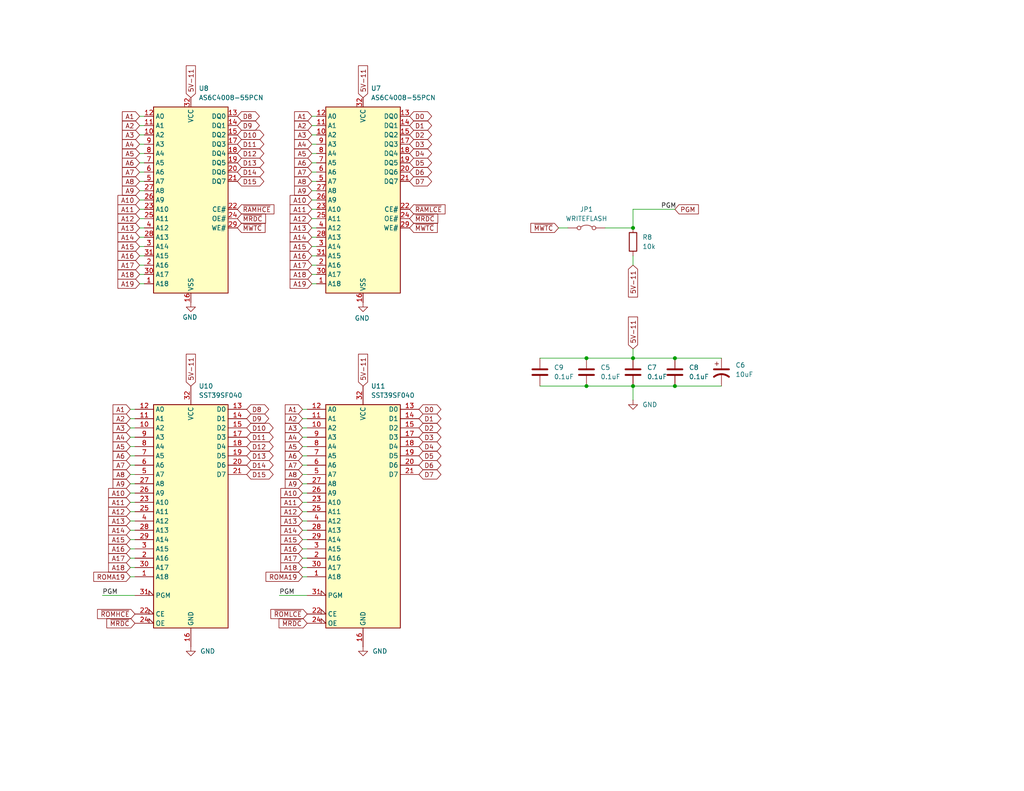
<source format=kicad_sch>
(kicad_sch (version 20250114) (generator "eeschema") (generator_version "9.0")
  (paper "A")
  (lib_symbols
    (symbol "Device:C" (pin_numbers (hide yes)) (pin_names (offset 0.254))
      (property "Reference" "C" (at 0.635 2.54 0))
      (property "Value" "C" (at 0.635 -2.54 0))
      (symbol "C_0_1"
        (polyline (pts (xy -2.032 0.762) (xy 2.032 0.762)) (stroke (width 0.508)))
        (polyline (pts (xy -2.032 -0.762) (xy 2.032 -0.762)) (stroke (width 0.508)))
      )
      (symbol "C_1_1"
        (pin passive line (at 0 3.81 270) (length 2.794) (name "~") (number "1"))
        (pin passive line (at 0 -3.81 90) (length 2.794) (name "~") (number "2"))
      )
    )
    (symbol "Device:C_Polarized_US" (pin_numbers (hide yes)) (pin_names (offset 0.254) (hide yes))
      (property "Reference" "C" (at 0.635 2.54 0))
      (property "Value" "C_Polarized_US" (at 0.635 -2.54 0))
      (symbol "C_Polarized_US_0_1"
        (polyline (pts (xy -2.032 0.762) (xy 2.032 0.762)) (stroke (width 0.508)))
        (polyline (pts (xy -1.778 2.286) (xy -0.762 2.286)))
        (polyline (pts (xy -1.27 1.778) (xy -1.27 2.794)))
        (arc (start -2.032 -1.27) (mid 0 -0.5572) (end 2.032 -1.27) (stroke (width 0.508)))
      )
      (symbol "C_Polarized_US_1_1"
        (pin passive line (at 0 3.81 270) (length 2.794) (name "~") (number "1"))
        (pin passive line (at 0 -3.81 90) (length 3.302) (name "~") (number "2"))
      )
    )
    (symbol "Device:R" (pin_numbers (hide yes)) (pin_names (offset 0))
      (property "Reference" "R" (at 2.032 0 90))
      (property "Value" "R" (at 0 0 90))
      (symbol "R_0_1"
        (rectangle (start -1.016 -2.54) (end 1.016 2.54) (stroke (width 0.254)))
      )
      (symbol "R_1_1"
        (pin passive line (at 0 3.81 270) (length 1.27) (name "~") (number "1"))
        (pin passive line (at 0 -3.81 90) (length 1.27) (name "~") (number "2"))
      )
    )
    (symbol "Jumper:Jumper_2_Bridged" (pin_numbers (hide yes)) (pin_names (offset 0) (hide yes))
      (property "Reference" "JP" (at 0 1.905 0))
      (property "Value" "Jumper_2_Bridged" (at 0 -2.54 0))
      (symbol "Jumper_2_Bridged_0_0"
        (circle (center -2.032 0) (radius 0.508))
        (circle (center 2.032 0) (radius 0.508))
      )
      (symbol "Jumper_2_Bridged_0_1"
        (arc (start -1.524 0.254) (mid 0 0.762) (end 1.524 0.254))
      )
      (symbol "Jumper_2_Bridged_1_1"
        (pin passive line (at -5.08 0 0) (length 2.54) (name "A") (number "1"))
        (pin passive line (at 5.08 0 180) (length 2.54) (name "B") (number "2"))
      )
    )
    (symbol "Memory_Flash:SST39SF040"
      (property "Reference" "U" (at 2.54 33.02 0))
      (property "Value" "SST39SF040" (at 0 -30.48 0))
      (symbol "SST39SF040_0_0"
        (pin power_in line (at 0 36.83 270) (length 5.08) (name "VCC") (number "32"))
        (pin power_in line (at 0 -34.29 90) (length 5.08) (name "GND") (number "16"))
      )
      (symbol "SST39SF040_0_1"
        (rectangle (start -10.16 31.75) (end 10.16 -29.21) (stroke (width 0.254)) (fill (type background)))
      )
      (symbol "SST39SF040_1_1"
        (pin input line (at -15.24 30.48 0) (length 5.08) (name "A0") (number "12"))
        (pin input line (at -15.24 27.94 0) (length 5.08) (name "A1") (number "11"))
        (pin input line (at -15.24 25.4 0) (length 5.08) (name "A2") (number "10"))
        (pin input line (at -15.24 22.86 0) (length 5.08) (name "A3") (number "9"))
        (pin input line (at -15.24 20.32 0) (length 5.08) (name "A4") (number "8"))
        (pin input line (at -15.24 17.78 0) (length 5.08) (name "A5") (number "7"))
        (pin input line (at -15.24 15.24 0) (length 5.08) (name "A6") (number "6"))
        (pin input line (at -15.24 12.7 0) (length 5.08) (name "A7") (number "5"))
        (pin input line (at -15.24 10.16 0) (length 5.08) (name "A8") (number "27"))
        (pin input line (at -15.24 7.62 0) (length 5.08) (name "A9") (number "26"))
        (pin input line (at -15.24 5.08 0) (length 5.08) (name "A10") (number "23"))
        (pin input line (at -15.24 2.54 0) (length 5.08) (name "A11") (number "25"))
        (pin input line (at -15.24 0 0) (length 5.08) (name "A12") (number "4"))
        (pin input line (at -15.24 -2.54 0) (length 5.08) (name "A13") (number "28"))
        (pin input line (at -15.24 -5.08 0) (length 5.08) (name "A14") (number "29"))
        (pin input line (at -15.24 -7.62 0) (length 5.08) (name "A15") (number "3"))
        (pin input line (at -15.24 -10.16 0) (length 5.08) (name "A16") (number "2"))
        (pin input line (at -15.24 -12.7 0) (length 5.08) (name "A17") (number "30"))
        (pin input line (at -15.24 -15.24 0) (length 5.08) (name "A18") (number "1"))
        (pin input input_low (at -15.24 -20.32 0) (length 5.08) (name "PGM") (number "31"))
        (pin input input_low (at -15.24 -25.4 0) (length 5.08) (name "CE") (number "22"))
        (pin input input_low (at -15.24 -27.94 0) (length 5.08) (name "OE") (number "24"))
        (pin tri_state line (at 15.24 30.48 180) (length 5.08) (name "D0") (number "13"))
        (pin tri_state line (at 15.24 27.94 180) (length 5.08) (name "D1") (number "14"))
        (pin tri_state line (at 15.24 25.4 180) (length 5.08) (name "D2") (number "15"))
        (pin tri_state line (at 15.24 22.86 180) (length 5.08) (name "D3") (number "17"))
        (pin tri_state line (at 15.24 20.32 180) (length 5.08) (name "D4") (number "18"))
        (pin tri_state line (at 15.24 17.78 180) (length 5.08) (name "D5") (number "19"))
        (pin tri_state line (at 15.24 15.24 180) (length 5.08) (name "D6") (number "20"))
        (pin tri_state line (at 15.24 12.7 180) (length 5.08) (name "D7") (number "21"))
      )
    )
    (symbol "Memory_RAM:AS6C4008-55PCN"
      (property "Reference" "U" (at -10.16 26.035 0))
      (property "Value" "AS6C4008-55PCN" (at 2.54 26.035 0))
      (symbol "AS6C4008-55PCN_0_0"
        (pin power_in line (at 0 27.94 270) (length 2.54) (name "VCC") (number "32"))
        (pin power_in line (at 0 -27.94 90) (length 2.54) (name "VSS") (number "16"))
      )
      (symbol "AS6C4008-55PCN_0_1"
        (rectangle (start -10.16 25.4) (end 10.16 -25.4) (stroke (width 0.254)) (fill (type background)))
      )
      (symbol "AS6C4008-55PCN_1_1"
        (pin input line (at -12.7 22.86 0) (length 2.54) (name "A0") (number "12"))
        (pin input line (at -12.7 20.32 0) (length 2.54) (name "A1") (number "11"))
        (pin input line (at -12.7 17.78 0) (length 2.54) (name "A2") (number "10"))
        (pin input line (at -12.7 15.24 0) (length 2.54) (name "A3") (number "9"))
        (pin input line (at -12.7 12.7 0) (length 2.54) (name "A4") (number "8"))
        (pin input line (at -12.7 10.16 0) (length 2.54) (name "A5") (number "7"))
        (pin input line (at -12.7 7.62 0) (length 2.54) (name "A6") (number "6"))
        (pin input line (at -12.7 5.08 0) (length 2.54) (name "A7") (number "5"))
        (pin input line (at -12.7 2.54 0) (length 2.54) (name "A8") (number "27"))
        (pin input line (at -12.7 0 0) (length 2.54) (name "A9") (number "26"))
        (pin input line (at -12.7 -2.54 0) (length 2.54) (name "A10") (number "23"))
        (pin input line (at -12.7 -5.08 0) (length 2.54) (name "A11") (number "25"))
        (pin input line (at -12.7 -7.62 0) (length 2.54) (name "A12") (number "4"))
        (pin input line (at -12.7 -10.16 0) (length 2.54) (name "A13") (number "28"))
        (pin input line (at -12.7 -12.7 0) (length 2.54) (name "A14") (number "3"))
        (pin input line (at -12.7 -15.24 0) (length 2.54) (name "A15") (number "31"))
        (pin input line (at -12.7 -17.78 0) (length 2.54) (name "A16") (number "2"))
        (pin input line (at -12.7 -20.32 0) (length 2.54) (name "A17") (number "30"))
        (pin input line (at -12.7 -22.86 0) (length 2.54) (name "A18") (number "1"))
        (pin tri_state line (at 12.7 22.86 180) (length 2.54) (name "DQ0") (number "13"))
        (pin tri_state line (at 12.7 20.32 180) (length 2.54) (name "DQ1") (number "14"))
        (pin tri_state line (at 12.7 17.78 180) (length 2.54) (name "DQ2") (number "15"))
        (pin tri_state line (at 12.7 15.24 180) (length 2.54) (name "DQ3") (number "17"))
        (pin tri_state line (at 12.7 12.7 180) (length 2.54) (name "DQ4") (number "18"))
        (pin tri_state line (at 12.7 10.16 180) (length 2.54) (name "DQ5") (number "19"))
        (pin tri_state line (at 12.7 7.62 180) (length 2.54) (name "DQ6") (number "20"))
        (pin tri_state line (at 12.7 5.08 180) (length 2.54) (name "DQ7") (number "21"))
        (pin input line (at 12.7 -2.54 180) (length 2.54) (name "CE#") (number "22"))
        (pin input line (at 12.7 -5.08 180) (length 2.54) (name "OE#") (number "24"))
        (pin input line (at 12.7 -7.62 180) (length 2.54) (name "WE#") (number "29"))
      )
    )
    (symbol "power:GND" (power) (pin_numbers (hide yes)) (pin_names (offset 0) (hide yes))
      (property "Value" "GND" (at 0 -3.81 0))
      (symbol "GND_0_1"
        (polyline (pts (xy 0 0) (xy 0 -1.27) (xy 1.27 -1.27) (xy 0 -2.54) (xy -1.27 -1.27) (xy 0 -1.27)))
      )
      (symbol "GND_1_1"
        (pin power_in line (at 0 0 270) (length 0) (name "~") (number "1"))
      )
    )
  )
  (junction (at 160.02 97.79))
  (junction (at 160.02 105.41))
  (junction (at 184.15 105.41))
  (junction (at 184.15 97.79))
  (junction (at 172.72 62.23))
  (junction (at 172.72 97.79))
  (junction (at 172.72 105.41))
  (wire (pts (xy 82.55 149.86) (xy 83.82 149.86)))
  (wire (pts (xy 35.56 121.92) (xy 36.83 121.92)))
  (wire (pts (xy 85.09 64.77) (xy 86.36 64.77)))
  (wire (pts (xy 38.1 49.53) (xy 39.37 49.53)))
  (wire (pts (xy 85.09 46.99) (xy 86.36 46.99)))
  (wire (pts (xy 82.55 132.08) (xy 83.82 132.08)))
  (wire (pts (xy 82.55 152.4) (xy 83.82 152.4)))
  (wire (pts (xy 35.56 152.4) (xy 36.83 152.4)))
  (wire (pts (xy 82.55 129.54) (xy 83.82 129.54)))
  (wire (pts (xy 35.56 149.86) (xy 36.83 149.86)))
  (wire (pts (xy 35.56 116.84) (xy 36.83 116.84)))
  (wire (pts (xy 82.55 134.62) (xy 83.82 134.62)))
  (wire (pts (xy 35.56 111.76) (xy 36.83 111.76)))
  (wire (pts (xy 85.09 54.61) (xy 86.36 54.61)))
  (wire (pts (xy 85.09 57.15) (xy 86.36 57.15)))
  (wire (pts (xy 82.55 144.78) (xy 83.82 144.78)))
  (wire (pts (xy 82.55 114.3) (xy 83.82 114.3)))
  (wire (pts (xy 85.09 77.47) (xy 86.36 77.47)))
  (wire (pts (xy 172.72 95.25) (xy 172.72 97.79)))
  (wire (pts (xy 35.56 124.46) (xy 36.83 124.46)))
  (wire (pts (xy 172.72 97.79) (xy 184.15 97.79)))
  (wire (pts (xy 82.55 121.92) (xy 83.82 121.92)))
  (wire (pts (xy 82.55 119.38) (xy 83.82 119.38)))
  (wire (pts (xy 38.1 59.69) (xy 39.37 59.69)))
  (wire (pts (xy 85.09 49.53) (xy 86.36 49.53)))
  (wire (pts (xy 172.72 105.41) (xy 184.15 105.41)))
  (wire (pts (xy 172.72 69.85) (xy 172.72 72.39)))
  (wire (pts (xy 38.1 39.37) (xy 39.37 39.37)))
  (wire (pts (xy 35.56 119.38) (xy 36.83 119.38)))
  (wire (pts (xy 85.09 59.69) (xy 86.36 59.69)))
  (wire (pts (xy 85.09 62.23) (xy 86.36 62.23)))
  (wire (pts (xy 35.56 154.94) (xy 36.83 154.94)))
  (wire (pts (xy 82.55 137.16) (xy 83.82 137.16)))
  (wire (pts (xy 82.55 116.84) (xy 83.82 116.84)))
  (wire (pts (xy 165.1 62.23) (xy 172.72 62.23)))
  (wire (pts (xy 85.09 44.45) (xy 86.36 44.45)))
  (wire (pts (xy 82.55 142.24) (xy 83.82 142.24)))
  (wire (pts (xy 35.56 127) (xy 36.83 127)))
  (wire (pts (xy 82.55 111.76) (xy 83.82 111.76)))
  (wire (pts (xy 184.15 97.79) (xy 196.85 97.79)))
  (wire (pts (xy 38.1 44.45) (xy 39.37 44.45)))
  (wire (pts (xy 85.09 52.07) (xy 86.36 52.07)))
  (wire (pts (xy 35.56 129.54) (xy 36.83 129.54)))
  (wire (pts (xy 38.1 41.91) (xy 39.37 41.91)))
  (wire (pts (xy 82.55 127) (xy 83.82 127)))
  (wire (pts (xy 172.72 62.23) (xy 172.72 57.15)))
  (wire (pts (xy 35.56 139.7) (xy 36.83 139.7)))
  (wire (pts (xy 82.55 154.94) (xy 83.82 154.94)))
  (wire (pts (xy 172.72 109.22) (xy 172.72 105.41)))
  (wire (pts (xy 82.55 139.7) (xy 83.82 139.7)))
  (wire (pts (xy 38.1 57.15) (xy 39.37 57.15)))
  (wire (pts (xy 160.02 97.79) (xy 172.72 97.79)))
  (wire (pts (xy 38.1 69.85) (xy 39.37 69.85)))
  (wire (pts (xy 38.1 72.39) (xy 39.37 72.39)))
  (wire (pts (xy 38.1 31.75) (xy 39.37 31.75)))
  (wire (pts (xy 85.09 34.29) (xy 86.36 34.29)))
  (wire (pts (xy 38.1 77.47) (xy 39.37 77.47)))
  (wire (pts (xy 38.1 67.31) (xy 39.37 67.31)))
  (wire (pts (xy 85.09 41.91) (xy 86.36 41.91)))
  (wire (pts (xy 82.55 157.48) (xy 83.82 157.48)))
  (wire (pts (xy 172.72 57.15) (xy 184.15 57.15)))
  (wire (pts (xy 76.2 162.56) (xy 83.82 162.56)))
  (wire (pts (xy 85.09 31.75) (xy 86.36 31.75)))
  (wire (pts (xy 82.55 124.46) (xy 83.82 124.46)))
  (wire (pts (xy 35.56 147.32) (xy 36.83 147.32)))
  (wire (pts (xy 85.09 69.85) (xy 86.36 69.85)))
  (wire (pts (xy 160.02 105.41) (xy 172.72 105.41)))
  (wire (pts (xy 38.1 36.83) (xy 39.37 36.83)))
  (wire (pts (xy 27.94 162.56) (xy 36.83 162.56)))
  (wire (pts (xy 35.56 134.62) (xy 36.83 134.62)))
  (wire (pts (xy 35.56 157.48) (xy 36.83 157.48)))
  (wire (pts (xy 38.1 54.61) (xy 39.37 54.61)))
  (wire (pts (xy 38.1 64.77) (xy 39.37 64.77)))
  (wire (pts (xy 85.09 72.39) (xy 86.36 72.39)))
  (wire (pts (xy 147.32 105.41) (xy 160.02 105.41)))
  (wire (pts (xy 35.56 114.3) (xy 36.83 114.3)))
  (wire (pts (xy 38.1 34.29) (xy 39.37 34.29)))
  (wire (pts (xy 85.09 74.93) (xy 86.36 74.93)))
  (wire (pts (xy 35.56 132.08) (xy 36.83 132.08)))
  (wire (pts (xy 35.56 142.24) (xy 36.83 142.24)))
  (wire (pts (xy 184.15 105.41) (xy 196.85 105.41)))
  (wire (pts (xy 38.1 62.23) (xy 39.37 62.23)))
  (wire (pts (xy 35.56 144.78) (xy 36.83 144.78)))
  (wire (pts (xy 38.1 46.99) (xy 39.37 46.99)))
  (wire (pts (xy 38.1 52.07) (xy 39.37 52.07)))
  (wire (pts (xy 35.56 137.16) (xy 36.83 137.16)))
  (wire (pts (xy 85.09 36.83) (xy 86.36 36.83)))
  (wire (pts (xy 82.55 147.32) (xy 83.82 147.32)))
  (wire (pts (xy 147.32 97.79) (xy 160.02 97.79)))
  (wire (pts (xy 85.09 39.37) (xy 86.36 39.37)))
  (wire (pts (xy 85.09 67.31) (xy 86.36 67.31)))
  (wire (pts (xy 38.1 74.93) (xy 39.37 74.93)))
  (wire (pts (xy 152.4 62.23) (xy 154.94 62.23)))
  (label "PGM" (at 27.94 162.56 0))
  (label "PGM" (at 180.34 57.15 0))
  (label "PGM" (at 76.2 162.56 0))
  (global_label "~{MRDC}" (shape input) (at 83.82 170.18 180) (property "Intersheetrefs" "${INTERSHEET_REFS}" (effects (hide yes))))
  (global_label "5V-11" (shape input) (at 52.07 26.67 90) (property "Intersheetrefs" "${INTERSHEET_REFS}" (effects (hide yes))))
  (global_label "5V-11" (shape input) (at 172.72 72.39 270) (property "Intersheetrefs" "${INTERSHEET_REFS}" (effects (hide yes))))
  (global_label "A10" (shape input) (at 35.56 134.62 180) (property "Intersheetrefs" "${INTERSHEET_REFS}" (effects (hide yes))))
  (global_label "D0" (shape bidirectional) (at 114.3 111.76 0) (property "Intersheetrefs" "${INTERSHEET_REFS}" (effects (hide yes))))
  (global_label "D13" (shape bidirectional) (at 67.31 124.46 0) (property "Intersheetrefs" "${INTERSHEET_REFS}" (effects (hide yes))))
  (global_label "A10" (shape input) (at 38.1 54.61 180) (property "Intersheetrefs" "${INTERSHEET_REFS}" (effects (hide yes))))
  (global_label "D8" (shape bidirectional) (at 64.77 31.75 0) (property "Intersheetrefs" "${INTERSHEET_REFS}" (effects (hide yes))))
  (global_label "A13" (shape input) (at 35.56 142.24 180) (property "Intersheetrefs" "${INTERSHEET_REFS}" (effects (hide yes))))
  (global_label "A9" (shape input) (at 38.1 52.07 180) (property "Intersheetrefs" "${INTERSHEET_REFS}" (effects (hide yes))))
  (global_label "A2" (shape input) (at 82.55 114.3 180) (property "Intersheetrefs" "${INTERSHEET_REFS}" (effects (hide yes))))
  (global_label "~{MWTC}" (shape input) (at 152.4 62.23 180) (property "Intersheetrefs" "${INTERSHEET_REFS}" (effects (hide yes))))
  (global_label "~{MRDC}" (shape input) (at 111.76 59.69 0) (property "Intersheetrefs" "${INTERSHEET_REFS}" (effects (hide yes))))
  (global_label "A1" (shape input) (at 38.1 31.75 180) (property "Intersheetrefs" "${INTERSHEET_REFS}" (effects (hide yes))))
  (global_label "A3" (shape input) (at 85.09 36.83 180) (property "Intersheetrefs" "${INTERSHEET_REFS}" (effects (hide yes))))
  (global_label "D11" (shape bidirectional) (at 67.31 119.38 0) (property "Intersheetrefs" "${INTERSHEET_REFS}" (effects (hide yes))))
  (global_label "A17" (shape input) (at 38.1 72.39 180) (property "Intersheetrefs" "${INTERSHEET_REFS}" (effects (hide yes))))
  (global_label "D1" (shape bidirectional) (at 111.76 34.29 0) (property "Intersheetrefs" "${INTERSHEET_REFS}" (effects (hide yes))))
  (global_label "D13" (shape bidirectional) (at 64.77 44.45 0) (property "Intersheetrefs" "${INTERSHEET_REFS}" (effects (hide yes))))
  (global_label "~{ROMHCE}" (shape input) (at 36.83 167.64 180) (property "Intersheetrefs" "${INTERSHEET_REFS}" (effects (hide yes))))
  (global_label "A18" (shape input) (at 85.09 74.93 180) (property "Intersheetrefs" "${INTERSHEET_REFS}" (effects (hide yes))))
  (global_label "D3" (shape bidirectional) (at 111.76 39.37 0) (property "Intersheetrefs" "${INTERSHEET_REFS}" (effects (hide yes))))
  (global_label "D5" (shape bidirectional) (at 114.3 124.46 0) (property "Intersheetrefs" "${INTERSHEET_REFS}" (effects (hide yes))))
  (global_label "A12" (shape input) (at 35.56 139.7 180) (property "Intersheetrefs" "${INTERSHEET_REFS}" (effects (hide yes))))
  (global_label "D4" (shape bidirectional) (at 114.3 121.92 0) (property "Intersheetrefs" "${INTERSHEET_REFS}" (effects (hide yes))))
  (global_label "A8" (shape input) (at 85.09 49.53 180) (property "Intersheetrefs" "${INTERSHEET_REFS}" (effects (hide yes))))
  (global_label "~{RAMLCE}" (shape input) (at 111.76 57.15 0) (property "Intersheetrefs" "${INTERSHEET_REFS}" (effects (hide yes))))
  (global_label "D1" (shape bidirectional) (at 114.3 114.3 0) (property "Intersheetrefs" "${INTERSHEET_REFS}" (effects (hide yes))))
  (global_label "A7" (shape input) (at 35.56 127 180) (property "Intersheetrefs" "${INTERSHEET_REFS}" (effects (hide yes))))
  (global_label "D9" (shape bidirectional) (at 64.77 34.29 0) (property "Intersheetrefs" "${INTERSHEET_REFS}" (effects (hide yes))))
  (global_label "A16" (shape input) (at 85.09 69.85 180) (property "Intersheetrefs" "${INTERSHEET_REFS}" (effects (hide yes))))
  (global_label "A17" (shape input) (at 85.09 72.39 180) (property "Intersheetrefs" "${INTERSHEET_REFS}" (effects (hide yes))))
  (global_label "A3" (shape input) (at 38.1 36.83 180) (property "Intersheetrefs" "${INTERSHEET_REFS}" (effects (hide yes))))
  (global_label "A11" (shape input) (at 82.55 137.16 180) (property "Intersheetrefs" "${INTERSHEET_REFS}" (effects (hide yes))))
  (global_label "A1" (shape input) (at 82.55 111.76 180) (property "Intersheetrefs" "${INTERSHEET_REFS}" (effects (hide yes))))
  (global_label "A10" (shape input) (at 85.09 54.61 180) (property "Intersheetrefs" "${INTERSHEET_REFS}" (effects (hide yes))))
  (global_label "A17" (shape input) (at 82.55 152.4 180) (property "Intersheetrefs" "${INTERSHEET_REFS}" (effects (hide yes))))
  (global_label "A16" (shape input) (at 35.56 149.86 180) (property "Intersheetrefs" "${INTERSHEET_REFS}" (effects (hide yes))))
  (global_label "A16" (shape input) (at 38.1 69.85 180) (property "Intersheetrefs" "${INTERSHEET_REFS}" (effects (hide yes))))
  (global_label "5V-11" (shape input) (at 99.06 26.67 90) (property "Intersheetrefs" "${INTERSHEET_REFS}" (effects (hide yes))))
  (global_label "A3" (shape input) (at 35.56 116.84 180) (property "Intersheetrefs" "${INTERSHEET_REFS}" (effects (hide yes))))
  (global_label "D9" (shape bidirectional) (at 67.31 114.3 0) (property "Intersheetrefs" "${INTERSHEET_REFS}" (effects (hide yes))))
  (global_label "A5" (shape input) (at 35.56 121.92 180) (property "Intersheetrefs" "${INTERSHEET_REFS}" (effects (hide yes))))
  (global_label "A5" (shape input) (at 85.09 41.91 180) (property "Intersheetrefs" "${INTERSHEET_REFS}" (effects (hide yes))))
  (global_label "A18" (shape input) (at 38.1 74.93 180) (property "Intersheetrefs" "${INTERSHEET_REFS}" (effects (hide yes))))
  (global_label "A14" (shape input) (at 35.56 144.78 180) (property "Intersheetrefs" "${INTERSHEET_REFS}" (effects (hide yes))))
  (global_label "A4" (shape input) (at 85.09 39.37 180) (property "Intersheetrefs" "${INTERSHEET_REFS}" (effects (hide yes))))
  (global_label "D6" (shape bidirectional) (at 114.3 127 0) (property "Intersheetrefs" "${INTERSHEET_REFS}" (effects (hide yes))))
  (global_label "A11" (shape input) (at 38.1 57.15 180) (property "Intersheetrefs" "${INTERSHEET_REFS}" (effects (hide yes))))
  (global_label "A16" (shape input) (at 82.55 149.86 180) (property "Intersheetrefs" "${INTERSHEET_REFS}" (effects (hide yes))))
  (global_label "A4" (shape input) (at 35.56 119.38 180) (property "Intersheetrefs" "${INTERSHEET_REFS}" (effects (hide yes))))
  (global_label "A2" (shape input) (at 38.1 34.29 180) (property "Intersheetrefs" "${INTERSHEET_REFS}" (effects (hide yes))))
  (global_label "A6" (shape input) (at 82.55 124.46 180) (property "Intersheetrefs" "${INTERSHEET_REFS}" (effects (hide yes))))
  (global_label "A15" (shape input) (at 85.09 67.31 180) (property "Intersheetrefs" "${INTERSHEET_REFS}" (effects (hide yes))))
  (global_label "D8" (shape bidirectional) (at 67.31 111.76 0) (property "Intersheetrefs" "${INTERSHEET_REFS}" (effects (hide yes))))
  (global_label "A18" (shape input) (at 82.55 154.94 180) (property "Intersheetrefs" "${INTERSHEET_REFS}" (effects (hide yes))))
  (global_label "~{MWTC}" (shape input) (at 64.77 62.23 0) (property "Intersheetrefs" "${INTERSHEET_REFS}" (effects (hide yes))))
  (global_label "D15" (shape bidirectional) (at 64.77 49.53 0) (property "Intersheetrefs" "${INTERSHEET_REFS}" (effects (hide yes))))
  (global_label "PGM" (shape input) (at 184.15 57.15 0) (property "Intersheetrefs" "${INTERSHEET_REFS}" (effects (hide yes))))
  (global_label "A13" (shape input) (at 85.09 62.23 180) (property "Intersheetrefs" "${INTERSHEET_REFS}" (effects (hide yes))))
  (global_label "A1" (shape input) (at 35.56 111.76 180) (property "Intersheetrefs" "${INTERSHEET_REFS}" (effects (hide yes))))
  (global_label "A11" (shape input) (at 85.09 57.15 180) (property "Intersheetrefs" "${INTERSHEET_REFS}" (effects (hide yes))))
  (global_label "A15" (shape input) (at 82.55 147.32 180) (property "Intersheetrefs" "${INTERSHEET_REFS}" (effects (hide yes))))
  (global_label "D14" (shape bidirectional) (at 64.77 46.99 0) (property "Intersheetrefs" "${INTERSHEET_REFS}" (effects (hide yes))))
  (global_label "A7" (shape input) (at 82.55 127 180) (property "Intersheetrefs" "${INTERSHEET_REFS}" (effects (hide yes))))
  (global_label "A5" (shape input) (at 82.55 121.92 180) (property "Intersheetrefs" "${INTERSHEET_REFS}" (effects (hide yes))))
  (global_label "A18" (shape input) (at 35.56 154.94 180) (property "Intersheetrefs" "${INTERSHEET_REFS}" (effects (hide yes))))
  (global_label "A3" (shape input) (at 82.55 116.84 180) (property "Intersheetrefs" "${INTERSHEET_REFS}" (effects (hide yes))))
  (global_label "A7" (shape input) (at 38.1 46.99 180) (property "Intersheetrefs" "${INTERSHEET_REFS}" (effects (hide yes))))
  (global_label "A10" (shape input) (at 82.55 134.62 180) (property "Intersheetrefs" "${INTERSHEET_REFS}" (effects (hide yes))))
  (global_label "A9" (shape input) (at 35.56 132.08 180) (property "Intersheetrefs" "${INTERSHEET_REFS}" (effects (hide yes))))
  (global_label "5V-11" (shape input) (at 99.06 105.41 90) (property "Intersheetrefs" "${INTERSHEET_REFS}" (effects (hide yes))))
  (global_label "D2" (shape bidirectional) (at 114.3 116.84 0) (property "Intersheetrefs" "${INTERSHEET_REFS}" (effects (hide yes))))
  (global_label "A19" (shape input) (at 85.09 77.47 180) (property "Intersheetrefs" "${INTERSHEET_REFS}" (effects (hide yes))))
  (global_label "D11" (shape bidirectional) (at 64.77 39.37 0) (property "Intersheetrefs" "${INTERSHEET_REFS}" (effects (hide yes))))
  (global_label "~{ROMLCE}" (shape input) (at 83.82 167.64 180) (property "Intersheetrefs" "${INTERSHEET_REFS}" (effects (hide yes))))
  (global_label "A4" (shape input) (at 38.1 39.37 180) (property "Intersheetrefs" "${INTERSHEET_REFS}" (effects (hide yes))))
  (global_label "D0" (shape bidirectional) (at 111.76 31.75 0) (property "Intersheetrefs" "${INTERSHEET_REFS}" (effects (hide yes))))
  (global_label "A6" (shape input) (at 85.09 44.45 180) (property "Intersheetrefs" "${INTERSHEET_REFS}" (effects (hide yes))))
  (global_label "A12" (shape input) (at 38.1 59.69 180) (property "Intersheetrefs" "${INTERSHEET_REFS}" (effects (hide yes))))
  (global_label "A17" (shape input) (at 35.56 152.4 180) (property "Intersheetrefs" "${INTERSHEET_REFS}" (effects (hide yes))))
  (global_label "A14" (shape input) (at 82.55 144.78 180) (property "Intersheetrefs" "${INTERSHEET_REFS}" (effects (hide yes))))
  (global_label "A2" (shape input) (at 85.09 34.29 180) (property "Intersheetrefs" "${INTERSHEET_REFS}" (effects (hide yes))))
  (global_label "A4" (shape input) (at 82.55 119.38 180) (property "Intersheetrefs" "${INTERSHEET_REFS}" (effects (hide yes))))
  (global_label "D4" (shape bidirectional) (at 111.76 41.91 0) (property "Intersheetrefs" "${INTERSHEET_REFS}" (effects (hide yes))))
  (global_label "A13" (shape input) (at 82.55 142.24 180) (property "Intersheetrefs" "${INTERSHEET_REFS}" (effects (hide yes))))
  (global_label "A13" (shape input) (at 38.1 62.23 180) (property "Intersheetrefs" "${INTERSHEET_REFS}" (effects (hide yes))))
  (global_label "D7" (shape bidirectional) (at 111.76 49.53 0) (property "Intersheetrefs" "${INTERSHEET_REFS}" (effects (hide yes))))
  (global_label "A15" (shape input) (at 35.56 147.32 180) (property "Intersheetrefs" "${INTERSHEET_REFS}" (effects (hide yes))))
  (global_label "A8" (shape input) (at 35.56 129.54 180) (property "Intersheetrefs" "${INTERSHEET_REFS}" (effects (hide yes))))
  (global_label "A9" (shape input) (at 82.55 132.08 180) (property "Intersheetrefs" "${INTERSHEET_REFS}" (effects (hide yes))))
  (global_label "A12" (shape input) (at 85.09 59.69 180) (property "Intersheetrefs" "${INTERSHEET_REFS}" (effects (hide yes))))
  (global_label "A8" (shape input) (at 82.55 129.54 180) (property "Intersheetrefs" "${INTERSHEET_REFS}" (effects (hide yes))))
  (global_label "~{RAMHCE}" (shape input) (at 64.77 57.15 0) (property "Intersheetrefs" "${INTERSHEET_REFS}" (effects (hide yes))))
  (global_label "~{MWTC}" (shape input) (at 111.76 62.23 0) (property "Intersheetrefs" "${INTERSHEET_REFS}" (effects (hide yes))))
  (global_label "D7" (shape bidirectional) (at 114.3 129.54 0) (property "Intersheetrefs" "${INTERSHEET_REFS}" (effects (hide yes))))
  (global_label "D5" (shape bidirectional) (at 111.76 44.45 0) (property "Intersheetrefs" "${INTERSHEET_REFS}" (effects (hide yes))))
  (global_label "A14" (shape input) (at 38.1 64.77 180) (property "Intersheetrefs" "${INTERSHEET_REFS}" (effects (hide yes))))
  (global_label "~{MRDC}" (shape input) (at 64.77 59.69 0) (property "Intersheetrefs" "${INTERSHEET_REFS}" (effects (hide yes))))
  (global_label "A1" (shape input) (at 85.09 31.75 180) (property "Intersheetrefs" "${INTERSHEET_REFS}" (effects (hide yes))))
  (global_label "D12" (shape bidirectional) (at 64.77 41.91 0) (property "Intersheetrefs" "${INTERSHEET_REFS}" (effects (hide yes))))
  (global_label "D14" (shape bidirectional) (at 67.31 127 0) (property "Intersheetrefs" "${INTERSHEET_REFS}" (effects (hide yes))))
  (global_label "D10" (shape bidirectional) (at 64.77 36.83 0) (property "Intersheetrefs" "${INTERSHEET_REFS}" (effects (hide yes))))
  (global_label "A8" (shape input) (at 38.1 49.53 180) (property "Intersheetrefs" "${INTERSHEET_REFS}" (effects (hide yes))))
  (global_label "A7" (shape input) (at 85.09 46.99 180) (property "Intersheetrefs" "${INTERSHEET_REFS}" (effects (hide yes))))
  (global_label "A11" (shape input) (at 35.56 137.16 180) (property "Intersheetrefs" "${INTERSHEET_REFS}" (effects (hide yes))))
  (global_label "D12" (shape bidirectional) (at 67.31 121.92 0) (property "Intersheetrefs" "${INTERSHEET_REFS}" (effects (hide yes))))
  (global_label "D10" (shape bidirectional) (at 67.31 116.84 0) (property "Intersheetrefs" "${INTERSHEET_REFS}" (effects (hide yes))))
  (global_label "D2" (shape bidirectional) (at 111.76 36.83 0) (property "Intersheetrefs" "${INTERSHEET_REFS}" (effects (hide yes))))
  (global_label "ROMA19" (shape input) (at 35.56 157.48 180) (property "Intersheetrefs" "${INTERSHEET_REFS}" (effects (hide yes))))
  (global_label "A6" (shape input) (at 38.1 44.45 180) (property "Intersheetrefs" "${INTERSHEET_REFS}" (effects (hide yes))))
  (global_label "A2" (shape input) (at 35.56 114.3 180) (property "Intersheetrefs" "${INTERSHEET_REFS}" (effects (hide yes))))
  (global_label "A6" (shape input) (at 35.56 124.46 180) (property "Intersheetrefs" "${INTERSHEET_REFS}" (effects (hide yes))))
  (global_label "D15" (shape bidirectional) (at 67.31 129.54 0) (property "Intersheetrefs" "${INTERSHEET_REFS}" (effects (hide yes))))
  (global_label "A14" (shape input) (at 85.09 64.77 180) (property "Intersheetrefs" "${INTERSHEET_REFS}" (effects (hide yes))))
  (global_label "D6" (shape bidirectional) (at 111.76 46.99 0) (property "Intersheetrefs" "${INTERSHEET_REFS}" (effects (hide yes))))
  (global_label "ROMA19" (shape input) (at 82.55 157.48 180) (property "Intersheetrefs" "${INTERSHEET_REFS}" (effects (hide yes))))
  (global_label "A5" (shape input) (at 38.1 41.91 180) (property "Intersheetrefs" "${INTERSHEET_REFS}" (effects (hide yes))))
  (global_label "5V-11" (shape input) (at 172.72 95.25 90) (property "Intersheetrefs" "${INTERSHEET_REFS}" (effects (hide yes))))
  (global_label "A19" (shape input) (at 38.1 77.47 180) (property "Intersheetrefs" "${INTERSHEET_REFS}" (effects (hide yes))))
  (global_label "~{MRDC}" (shape input) (at 36.83 170.18 180) (property "Intersheetrefs" "${INTERSHEET_REFS}" (effects (hide yes))))
  (global_label "D3" (shape bidirectional) (at 114.3 119.38 0) (property "Intersheetrefs" "${INTERSHEET_REFS}" (effects (hide yes))))
  (global_label "A15" (shape input) (at 38.1 67.31 180) (property "Intersheetrefs" "${INTERSHEET_REFS}" (effects (hide yes))))
  (global_label "5V-11" (shape input) (at 52.07 105.41 90) (property "Intersheetrefs" "${INTERSHEET_REFS}" (effects (hide yes))))
  (global_label "A9" (shape input) (at 85.09 52.07 180) (property "Intersheetrefs" "${INTERSHEET_REFS}" (effects (hide yes))))
  (global_label "A12" (shape input) (at 82.55 139.7 180) (property "Intersheetrefs" "${INTERSHEET_REFS}" (effects (hide yes))))
  (symbol (lib_id "Memory_Flash:SST39SF040") (at 99.06 142.24 0) (unit 1)
    (property "Reference" "U11" (at 101.2033 105.41 0) (effects (justify left)))
    (property "Value" "SST39SF040" (at 101.2033 107.95 0) (effects (justify left)))
    (property "Datasheet" "http://ww1.microchip.com/downloads/en/DeviceDoc/25022B.pdf" (effects (hide yes)))
    (property "Description" "Silicon Storage Technology (SSF) 512k x 8 Flash ROM" (effects (hide yes)))
  )
  (symbol (lib_id "power:GND") (at 52.07 176.53 0) (unit 1)
    (property "Reference" "#PWR013" (effects (hide yes)))
    (property "Value" "GND" (at 54.61 177.7999 0) (effects (justify left)))
    (property "Description" "Power symbol creates a global label with name \"GND\" , ground" (effects (hide yes)))
  )
  (symbol (lib_id "Memory_RAM:AS6C4008-55PCN") (at 99.06 54.61 0) (unit 1)
    (property "Reference" "U7" (at 101.2033 24.13 0) (effects (justify left)))
    (property "Value" "AS6C4008-55PCN" (at 101.2033 26.67 0) (effects (justify left)))
    (property "Footprint" "Package_DIP:DIP-32_W15.24mm" (effects (hide yes)))
    (property "Datasheet" "https://www.alliancememory.com/wp-content/uploads/pdf/AS6C4008.pdf" (effects (hide yes)))
    (property "Description" "512K x 8 Low Power CMOS RAM, DIP-32" (effects (hide yes)))
  )
  (symbol (lib_id "Device:C") (at 147.32 101.6 0) (unit 1)
    (property "Reference" "C9" (at 151.13 100.3299 0) (effects (justify left)))
    (property "Value" "0.1uF" (at 151.13 102.8699 0) (effects (justify left)))
    (property "Description" "Unpolarized capacitor" (effects (hide yes)))
  )
  (symbol (lib_id "Device:C") (at 172.72 101.6 0) (unit 1)
    (property "Reference" "C7" (at 176.53 100.3299 0) (effects (justify left)))
    (property "Value" "0.1uF" (at 176.53 102.8699 0) (effects (justify left)))
    (property "Description" "Unpolarized capacitor" (effects (hide yes)))
  )
  (symbol (lib_id "Memory_Flash:SST39SF040") (at 52.07 142.24 0) (unit 1)
    (property "Reference" "U10" (at 54.2133 105.41 0) (effects (justify left)))
    (property "Value" "SST39SF040" (at 54.2133 107.95 0) (effects (justify left)))
    (property "Datasheet" "http://ww1.microchip.com/downloads/en/DeviceDoc/25022B.pdf" (effects (hide yes)))
    (property "Description" "Silicon Storage Technology (SSF) 512k x 8 Flash ROM" (effects (hide yes)))
  )
  (symbol (lib_id "Device:C_Polarized_US") (at 196.85 101.6 0) (unit 1)
    (property "Reference" "C6" (at 200.66 99.6949 0) (effects (justify left)))
    (property "Value" "10uF" (at 200.66 102.2349 0) (effects (justify left)))
    (property "Description" "Polarized capacitor, US symbol" (effects (hide yes)))
  )
  (symbol (lib_id "Memory_RAM:AS6C4008-55PCN") (at 52.07 54.61 0) (unit 1)
    (property "Reference" "U8" (at 54.2133 24.13 0) (effects (justify left)))
    (property "Value" "AS6C4008-55PCN" (at 54.2133 26.67 0) (effects (justify left)))
    (property "Footprint" "Package_DIP:DIP-32_W15.24mm" (effects (hide yes)))
    (property "Datasheet" "https://www.alliancememory.com/wp-content/uploads/pdf/AS6C4008.pdf" (effects (hide yes)))
    (property "Description" "512K x 8 Low Power CMOS RAM, DIP-32" (effects (hide yes)))
  )
  (symbol (lib_id "Device:C") (at 160.02 101.6 0) (unit 1)
    (property "Reference" "C5" (at 163.83 100.3299 0) (effects (justify left)))
    (property "Value" "0.1uF" (at 163.83 102.8699 0) (effects (justify left)))
    (property "Description" "Unpolarized capacitor" (effects (hide yes)))
  )
  (symbol (lib_id "power:GND") (at 172.72 109.22 0) (unit 1)
    (property "Reference" "#PWR016" (effects (hide yes)))
    (property "Value" "GND" (at 175.26 110.4899 0) (effects (justify left)))
    (property "Description" "Power symbol creates a global label with name \"GND\" , ground" (effects (hide yes)))
  )
  (symbol (lib_id "Device:R") (at 172.72 66.04 0) (unit 1)
    (property "Reference" "R8" (at 175.26 64.7699 0) (effects (justify left)))
    (property "Value" "10k" (at 175.26 67.3099 0) (effects (justify left)))
    (property "Description" "Resistor" (effects (hide yes)))
  )
  (symbol (lib_id "Device:C") (at 184.15 101.6 0) (unit 1)
    (property "Reference" "C8" (at 187.96 100.3299 0) (effects (justify left)))
    (property "Value" "0.1uF" (at 187.96 102.8699 0) (effects (justify left)))
    (property "Description" "Unpolarized capacitor" (effects (hide yes)))
  )
  (symbol (lib_id "power:GND") (at 99.06 82.55 0) (unit 1)
    (property "Reference" "#PWR014" (effects (hide yes)))
    (property "Value" "GND" (at 98.806 86.868 0))
    (property "Description" "Power symbol creates a global label with name \"GND\" , ground" (effects (hide yes)))
  )
  (symbol (lib_id "Jumper:Jumper_2_Bridged") (at 160.02 62.23 0) (unit 1)
    (property "Reference" "JP1" (at 160.02 57.15 0))
    (property "Value" "WRITEFLASH" (at 160.02 59.69 0))
    (property "Description" "Jumper, 2-pole, closed/bridged" (effects (hide yes)))
  )
  (symbol (lib_id "power:GND") (at 52.07 82.55 0) (unit 1)
    (property "Reference" "#PWR015" (effects (hide yes)))
    (property "Value" "GND" (at 51.816 86.614 0))
    (property "Description" "Power symbol creates a global label with name \"GND\" , ground" (effects (hide yes)))
  )
  (symbol (lib_id "power:GND") (at 99.06 176.53 0) (unit 1)
    (property "Reference" "#PWR033" (effects (hide yes)))
    (property "Value" "GND" (at 101.6 177.7999 0) (effects (justify left)))
    (property "Description" "Power symbol creates a global label with name \"GND\" , ground" (effects (hide yes)))
  )
)
</source>
